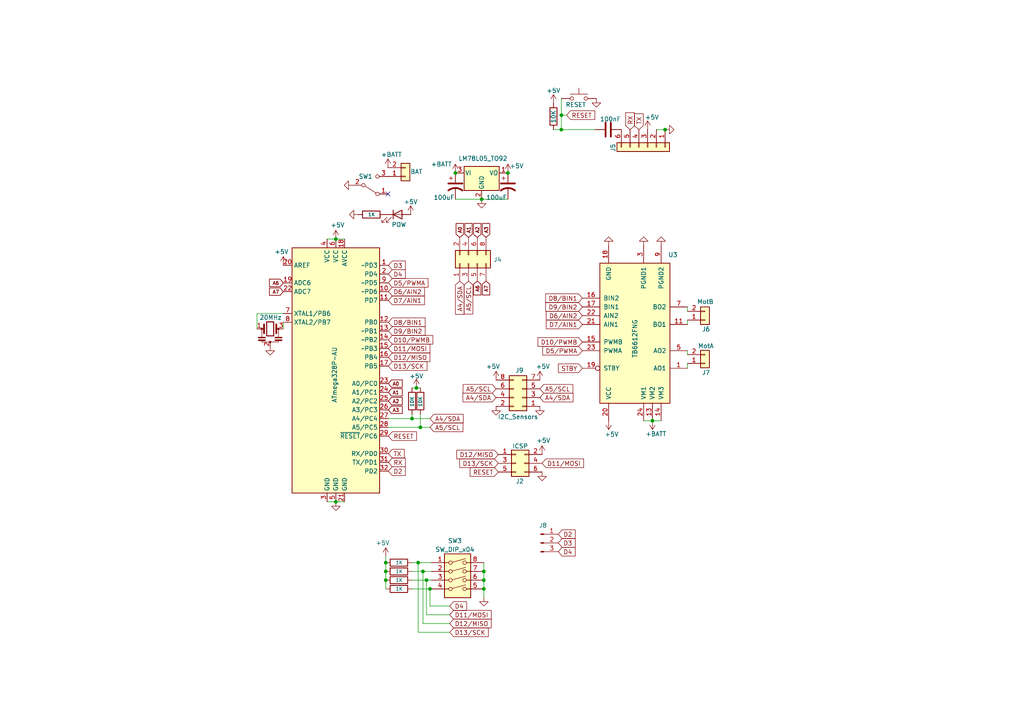
<source format=kicad_sch>
(kicad_sch (version 20230121) (generator eeschema)
  (paper "A4")
  (lib_symbols
    (symbol "ATmega328P-A_1"
      (property "Value" "ATmega328P-AU " (at -0.381 -9.398 90))
      (symbol "ATmega328P-A_1_0_1"
        (rectangle (start -12.7 -35.56) (end 12.7 35.56) (stroke (width 0.254)) (fill (type background)))
      )
      (symbol "ATmega328P-A_1_1_1"
        (pin bidirectional line (at 15.24 30.48 180) (length 2.54) (name "~PD3") (number "1"))
        (pin bidirectional line (at 15.24 22.86 180) (length 2.54) (name "~PD6") (number "10"))
        (pin bidirectional line (at 15.24 20.32 180) (length 2.54) (name "PD7") (number "11"))
        (pin bidirectional line (at 15.24 13.97 180) (length 2.54) (name "PB0") (number "12"))
        (pin bidirectional line (at 15.24 11.43 180) (length 2.54) (name "~PB1") (number "13"))
        (pin bidirectional line (at 15.24 8.89 180) (length 2.54) (name "~PB2") (number "14"))
        (pin bidirectional line (at 15.24 6.35 180) (length 2.54) (name "~PB3") (number "15"))
        (pin bidirectional line (at 15.24 3.81 180) (length 2.54) (name "PB4") (number "16"))
        (pin bidirectional line (at 15.24 1.27 180) (length 2.54) (name "PB5") (number "17"))
        (pin power_in line (at 2.54 38.1 270) (length 2.54) (name "AVCC") (number "18"))
        (pin input line (at -15.24 25.4 0) (length 2.54) (name "ADC6") (number "19"))
        (pin bidirectional line (at 15.24 27.94 180) (length 2.54) (name "PD4") (number "2"))
        (pin passive line (at -15.24 30.48 0) (length 2.54) (name "AREF") (number "20"))
        (pin passive line (at 2.54 -38.1 90) (length 2.54) (name "GND") (number "21"))
        (pin input line (at -15.24 22.86 0) (length 2.54) (name "ADC7") (number "22"))
        (pin bidirectional line (at 15.24 -3.81 180) (length 2.54) (name "A0/PC0") (number "23"))
        (pin bidirectional line (at 15.24 -6.35 180) (length 2.54) (name "A1/PC1") (number "24"))
        (pin bidirectional line (at 15.24 -8.89 180) (length 2.54) (name "A2/PC2") (number "25"))
        (pin bidirectional line (at 15.24 -11.43 180) (length 2.54) (name "A3/PC3") (number "26"))
        (pin bidirectional line (at 15.24 -13.97 180) (length 2.54) (name "A4/PC4") (number "27"))
        (pin bidirectional line (at 15.24 -16.51 180) (length 2.54) (name "A5/PC5") (number "28"))
        (pin bidirectional line (at 15.24 -19.05 180) (length 2.54) (name "~{RESET}/PC6") (number "29"))
        (pin power_in line (at -2.54 -38.1 90) (length 2.54) (name "GND") (number "3"))
        (pin bidirectional line (at 15.24 -24.13 180) (length 2.54) (name "RX/PD0") (number "30"))
        (pin bidirectional line (at 15.24 -26.67 180) (length 2.54) (name "TX/PD1") (number "31"))
        (pin bidirectional line (at 15.24 -29.21 180) (length 2.54) (name "PD2") (number "32"))
        (pin power_in line (at -2.54 38.1 270) (length 2.54) (name "VCC") (number "4"))
        (pin passive line (at 0 -38.1 90) (length 2.54) (name "GND") (number "5"))
        (pin passive line (at 0 38.1 270) (length 2.54) (name "VCC") (number "6"))
        (pin bidirectional line (at -15.24 16.51 0) (length 2.54) (name "XTAL1/PB6") (number "7"))
        (pin bidirectional line (at -15.24 13.97 0) (length 2.54) (name "XTAL2/PB7") (number "8"))
        (pin bidirectional line (at 15.24 25.4 180) (length 2.54) (name "~PD5") (number "9"))
      )
    )
    (symbol "Connector:Conn_01x03_Pin" (pin_names (offset 1.016) hide)
      (property "Reference" "J" (at 0 5.08 0))
      (property "Value" "Conn_01x03_Pin" (at 0 -5.08 0))
      (symbol "Conn_01x03_Pin_1_1"
        (polyline (pts (xy 1.27 -2.54) (xy 0.8636 -2.54)) (stroke (width 0.1524)))
        (polyline (pts (xy 1.27 0) (xy 0.8636 0)) (stroke (width 0.1524)))
        (polyline (pts (xy 1.27 2.54) (xy 0.8636 2.54)) (stroke (width 0.1524)))
        (rectangle (start 0.8636 -2.413) (end 0 -2.667) (stroke (width 0.1524)) (fill (type outline)))
        (rectangle (start 0.8636 0.127) (end 0 -0.127) (stroke (width 0.1524)) (fill (type outline)))
        (rectangle (start 0.8636 2.667) (end 0 2.413) (stroke (width 0.1524)) (fill (type outline)))
        (pin passive line (at 5.08 2.54 180) (length 3.81) (name "Pin_1") (number "1"))
        (pin passive line (at 5.08 0 180) (length 3.81) (name "Pin_2") (number "2"))
        (pin passive line (at 5.08 -2.54 180) (length 3.81) (name "Pin_3") (number "3"))
      )
    )
    (symbol "Connector_Generic:Conn_01x02" (pin_names (offset 1.016) hide)
      (property "Reference" "J" (at 0 2.54 0))
      (property "Value" "Conn_01x02" (at 0 -5.08 0))
      (symbol "Conn_01x02_1_1"
        (rectangle (start -1.27 -2.413) (end 0 -2.667) (stroke (width 0.1524)))
        (rectangle (start -1.27 0.127) (end 0 -0.127) (stroke (width 0.1524)))
        (rectangle (start -1.27 1.27) (end 1.27 -3.81) (stroke (width 0.254)) (fill (type background)))
        (pin passive line (at -5.08 0 0) (length 3.81) (name "Pin_1") (number "1"))
        (pin passive line (at -5.08 -2.54 0) (length 3.81) (name "Pin_2") (number "2"))
      )
    )
    (symbol "Connector_Generic:Conn_02x03_Odd_Even" (pin_names (offset 1.016) hide)
      (property "Reference" "J" (at 1.27 5.08 0))
      (property "Value" "Conn_02x03_Odd_Even" (at 1.27 -5.08 0))
      (symbol "Conn_02x03_Odd_Even_1_1"
        (rectangle (start -1.27 -2.413) (end 0 -2.667) (stroke (width 0.1524)))
        (rectangle (start -1.27 0.127) (end 0 -0.127) (stroke (width 0.1524)))
        (rectangle (start -1.27 2.667) (end 0 2.413) (stroke (width 0.1524)))
        (rectangle (start -1.27 3.81) (end 3.81 -3.81) (stroke (width 0.254)) (fill (type background)))
        (rectangle (start 3.81 -2.413) (end 2.54 -2.667) (stroke (width 0.1524)))
        (rectangle (start 3.81 0.127) (end 2.54 -0.127) (stroke (width 0.1524)))
        (rectangle (start 3.81 2.667) (end 2.54 2.413) (stroke (width 0.1524)))
        (pin passive line (at -5.08 2.54 0) (length 3.81) (name "Pin_1") (number "1"))
        (pin passive line (at 7.62 2.54 180) (length 3.81) (name "Pin_2") (number "2"))
        (pin passive line (at -5.08 0 0) (length 3.81) (name "Pin_3") (number "3"))
        (pin passive line (at 7.62 0 180) (length 3.81) (name "Pin_4") (number "4"))
        (pin passive line (at -5.08 -2.54 0) (length 3.81) (name "Pin_5") (number "5"))
        (pin passive line (at 7.62 -2.54 180) (length 3.81) (name "Pin_6") (number "6"))
      )
    )
    (symbol "Connector_Generic:Conn_02x04_Odd_Even" (pin_names (offset 1.016) hide)
      (property "Reference" "J" (at 1.27 5.08 0))
      (property "Value" "Conn_02x04_Odd_Even" (at 1.27 -7.62 0))
      (symbol "Conn_02x04_Odd_Even_1_1"
        (rectangle (start -1.27 -4.953) (end 0 -5.207) (stroke (width 0.1524)))
        (rectangle (start -1.27 -2.413) (end 0 -2.667) (stroke (width 0.1524)))
        (rectangle (start -1.27 0.127) (end 0 -0.127) (stroke (width 0.1524)))
        (rectangle (start -1.27 2.667) (end 0 2.413) (stroke (width 0.1524)))
        (rectangle (start -1.27 3.81) (end 3.81 -6.35) (stroke (width 0.254)) (fill (type background)))
        (rectangle (start 3.81 -4.953) (end 2.54 -5.207) (stroke (width 0.1524)))
        (rectangle (start 3.81 -2.413) (end 2.54 -2.667) (stroke (width 0.1524)))
        (rectangle (start 3.81 0.127) (end 2.54 -0.127) (stroke (width 0.1524)))
        (rectangle (start 3.81 2.667) (end 2.54 2.413) (stroke (width 0.1524)))
        (pin passive line (at -5.08 2.54 0) (length 3.81) (name "Pin_1") (number "1"))
        (pin passive line (at 7.62 2.54 180) (length 3.81) (name "Pin_2") (number "2"))
        (pin passive line (at -5.08 0 0) (length 3.81) (name "Pin_3") (number "3"))
        (pin passive line (at 7.62 0 180) (length 3.81) (name "Pin_4") (number "4"))
        (pin passive line (at -5.08 -2.54 0) (length 3.81) (name "Pin_5") (number "5"))
        (pin passive line (at 7.62 -2.54 180) (length 3.81) (name "Pin_6") (number "6"))
        (pin passive line (at -5.08 -5.08 0) (length 3.81) (name "Pin_7") (number "7"))
        (pin passive line (at 7.62 -5.08 180) (length 3.81) (name "Pin_8") (number "8"))
      )
    )
    (symbol "Connector_Generic_MountingPin:Conn_01x06_MountingPin" (pin_names (offset 1.016) hide)
      (symbol "Conn_01x06_MountingPin_1_1"
        (rectangle (start -1.27 -7.493) (end 0 -7.747) (stroke (width 0.1524)))
        (rectangle (start -1.27 -4.953) (end 0 -5.207) (stroke (width 0.1524)))
        (rectangle (start -1.27 -2.413) (end 0 -2.667) (stroke (width 0.1524)))
        (rectangle (start -1.27 0.127) (end 0 -0.127) (stroke (width 0.1524)))
        (rectangle (start -1.27 2.667) (end 0 2.413) (stroke (width 0.1524)))
        (rectangle (start -1.27 5.207) (end 0 4.953) (stroke (width 0.1524)))
        (rectangle (start -1.27 6.35) (end 1.27 -8.89) (stroke (width 0.254)) (fill (type background)))
        (pin passive line (at -5.08 5.08 0) (length 3.81) (name "Pin_1") (number "1"))
        (pin passive line (at -5.08 2.54 0) (length 3.81) (name "Pin_2") (number "2"))
        (pin passive line (at -5.08 0 0) (length 3.81) (name "Pin_3") (number "3"))
        (pin passive line (at -5.08 -2.54 0) (length 3.81) (name "Pin_4") (number "4"))
        (pin passive line (at -5.08 -5.08 0) (length 3.81) (name "Pin_5") (number "5"))
        (pin passive line (at -5.08 -7.62 0) (length 3.81) (name "Pin_6") (number "6"))
      )
    )
    (symbol "Device:C" (pin_numbers hide) (pin_names (offset 0.254))
      (property "Reference" "C" (at 0.635 2.54 0))
      (property "Value" "C" (at 0.635 -2.54 0))
      (symbol "C_0_1"
        (polyline (pts (xy -2.032 -0.762) (xy 2.032 -0.762)) (stroke (width 0.508)))
        (polyline (pts (xy -2.032 0.762) (xy 2.032 0.762)) (stroke (width 0.508)))
      )
      (symbol "C_1_1"
        (pin passive line (at 0 3.81 270) (length 2.794) (name "~") (number "1"))
        (pin passive line (at 0 -3.81 90) (length 2.794) (name "~") (number "2"))
      )
    )
    (symbol "Device:C_Polarized_US" (pin_numbers hide) (pin_names (offset 0.254) hide)
      (property "Reference" "C" (at 0.635 2.54 0))
      (property "Value" "C_Polarized_US" (at 0.635 -2.54 0))
      (symbol "C_Polarized_US_0_1"
        (polyline (pts (xy -2.032 0.762) (xy 2.032 0.762)) (stroke (width 0.508)))
        (polyline (pts (xy -1.778 2.286) (xy -0.762 2.286)))
        (polyline (pts (xy -1.27 1.778) (xy -1.27 2.794)))
        (arc (start 2.032 -1.27) (mid 0 -0.5572) (end -2.032 -1.27) (stroke (width 0.508)))
      )
      (symbol "C_Polarized_US_1_1"
        (pin passive line (at 0 3.81 270) (length 2.794) (name "~") (number "1"))
        (pin passive line (at 0 -3.81 90) (length 3.302) (name "~") (number "2"))
      )
    )
    (symbol "Device:LED" (pin_numbers hide) (pin_names (offset 1.016) hide)
      (property "Reference" "D" (at 0 2.54 0))
      (property "Value" "LED" (at 0 -2.54 0))
      (symbol "LED_0_1"
        (polyline (pts (xy -1.27 -1.27) (xy -1.27 1.27)) (stroke (width 0.254)))
        (polyline (pts (xy -1.27 0) (xy 1.27 0)))
        (polyline (pts (xy 1.27 -1.27) (xy 1.27 1.27) (xy -1.27 0) (xy 1.27 -1.27)) (stroke (width 0.254)))
        (polyline (pts (xy -3.048 -0.762) (xy -4.572 -2.286) (xy -3.81 -2.286) (xy -4.572 -2.286) (xy -4.572 -1.524)))
        (polyline (pts (xy -1.778 -0.762) (xy -3.302 -2.286) (xy -2.54 -2.286) (xy -3.302 -2.286) (xy -3.302 -1.524)))
      )
      (symbol "LED_1_1"
        (pin passive line (at -3.81 0 0) (length 2.54) (name "K") (number "1"))
        (pin passive line (at 3.81 0 180) (length 2.54) (name "A") (number "2"))
      )
    )
    (symbol "Device:R" (pin_numbers hide) (pin_names (offset 0))
      (property "Reference" "R" (at 2.032 0 90))
      (property "Value" "R" (at 0 0 90))
      (symbol "R_0_1"
        (rectangle (start -1.016 -2.54) (end 1.016 2.54) (stroke (width 0.254)))
      )
      (symbol "R_1_1"
        (pin passive line (at 0 3.81 270) (length 1.27) (name "~") (number "1"))
        (pin passive line (at 0 -3.81 90) (length 1.27) (name "~") (number "2"))
      )
    )
    (symbol "Device:Resonator" (pin_names (offset 1.016) hide)
      (property "Reference" "Y" (at 0 5.715 0))
      (property "Value" "Resonator" (at 0 3.81 0))
      (symbol "Resonator_0_1"
        (rectangle (start -3.429 -3.175) (end -1.397 -3.429) (fill (type outline)))
        (rectangle (start -3.429 -2.413) (end -1.397 -2.667) (fill (type outline)))
        (circle (center -2.413 0) (radius 0.254) (fill (type outline)))
        (rectangle (start -1.016 2.032) (end 1.016 -2.032) (stroke (width 0.3048)))
        (circle (center 0 -3.81) (radius 0.254) (fill (type outline)))
        (polyline (pts (xy -2.413 -2.413) (xy -2.413 0)))
        (polyline (pts (xy -1.905 0) (xy -3.175 0)))
        (polyline (pts (xy -1.778 -1.27) (xy -1.778 1.27)) (stroke (width 0.508)))
        (polyline (pts (xy 1.778 -1.27) (xy 1.778 1.27)) (stroke (width 0.508)))
        (polyline (pts (xy 1.905 0) (xy 2.54 0)))
        (polyline (pts (xy 2.413 0) (xy 2.413 -2.54)))
        (polyline (pts (xy 2.413 -3.302) (xy 2.413 -3.81) (xy -2.413 -3.81) (xy -2.413 -3.302)))
        (rectangle (start 1.397 -3.175) (end 3.429 -3.429) (fill (type outline)))
        (rectangle (start 1.397 -2.413) (end 3.429 -2.667) (fill (type outline)))
        (circle (center 2.413 0) (radius 0.254) (fill (type outline)))
      )
      (symbol "Resonator_1_1"
        (pin passive line (at -3.81 0 0) (length 1.27) (name "1") (number "1"))
        (pin passive line (at 0 -5.08 90) (length 1.27) (name "2") (number "2"))
        (pin passive line (at 3.81 0 180) (length 1.27) (name "3") (number "3"))
      )
    )
    (symbol "Driver_Motor:TB6612FNG" (pin_names (offset 1.016))
      (property "Reference" "U" (at 11.43 17.78 0))
      (property "Value" "TB6612FNG" (at 11.43 15.24 0))
      (symbol "TB6612FNG_0_1"
        (rectangle (start -10.16 20.32) (end 10.16 -20.32) (stroke (width 0.254)) (fill (type background)))
      )
      (symbol "TB6612FNG_1_1"
        (pin output line (at 15.24 10.16 180) (length 5.08) (name "AO1") (number "1"))
        (pin passive line (at 7.62 -25.4 90) (length 5.08) hide (name "PGND2") (number "10"))
        (pin output line (at 15.24 -2.54 180) (length 5.08) (name "BO1") (number "11"))
        (pin passive line (at 15.24 -2.54 180) (length 5.08) hide (name "BO1") (number "12"))
        (pin power_in line (at 5.08 25.4 270) (length 5.08) (name "VM2") (number "13"))
        (pin power_in line (at 7.62 25.4 270) (length 5.08) (name "VM3") (number "14"))
        (pin input line (at -15.24 2.54 0) (length 5.08) (name "PWMB") (number "15"))
        (pin input line (at -15.24 -10.16 0) (length 5.08) (name "BIN2") (number "16"))
        (pin input line (at -15.24 -7.62 0) (length 5.08) (name "BIN1") (number "17"))
        (pin power_in line (at -7.62 -25.4 90) (length 5.08) (name "GND") (number "18"))
        (pin input inverted (at -15.24 10.16 0) (length 5.08) (name "STBY") (number "19"))
        (pin passive line (at 15.24 10.16 180) (length 5.08) hide (name "AO1") (number "2"))
        (pin power_in line (at -7.62 25.4 270) (length 5.08) (name "VCC") (number "20"))
        (pin input line (at -15.24 -2.54 0) (length 5.08) (name "AIN1") (number "21"))
        (pin input line (at -15.24 -5.08 0) (length 5.08) (name "AIN2") (number "22"))
        (pin input line (at -15.24 5.08 0) (length 5.08) (name "PWMA") (number "23"))
        (pin power_in line (at 2.54 25.4 270) (length 5.08) (name "VM1") (number "24"))
        (pin power_in line (at 2.54 -25.4 90) (length 5.08) (name "PGND1") (number "3"))
        (pin passive line (at 2.54 -25.4 90) (length 5.08) hide (name "PGND1") (number "4"))
        (pin output line (at 15.24 5.08 180) (length 5.08) (name "AO2") (number "5"))
        (pin passive line (at 15.24 5.08 180) (length 5.08) hide (name "AO2") (number "6"))
        (pin output line (at 15.24 -7.62 180) (length 5.08) (name "BO2") (number "7"))
        (pin passive line (at 15.24 -7.62 180) (length 5.08) hide (name "BO2") (number "8"))
        (pin power_in line (at 7.62 -25.4 90) (length 5.08) (name "PGND2") (number "9"))
      )
    )
    (symbol "Regulator_Linear:LM78L05_TO92" (pin_names (offset 0.254))
      (property "Reference" "U" (at -3.81 3.175 0))
      (property "Value" "LM78L05_TO92" (at 0 3.175 0))
      (symbol "LM78L05_TO92_0_1"
        (rectangle (start -5.08 -5.08) (end 5.08 1.905) (stroke (width 0.254)) (fill (type background)))
      )
      (symbol "LM78L05_TO92_1_1"
        (pin power_out line (at 7.62 0 180) (length 2.54) (name "VO") (number "1"))
        (pin power_in line (at 0 -7.62 90) (length 2.54) (name "GND") (number "2"))
        (pin power_in line (at -7.62 0 0) (length 2.54) (name "VI") (number "3"))
      )
    )
    (symbol "Switch:SW_DIP_x04" (pin_names (offset 0) hide)
      (property "Reference" "SW" (at 0 8.89 0))
      (property "Value" "SW_DIP_x04" (at 0 -6.35 0))
      (symbol "SW_DIP_x04_0_0"
        (circle (center -2.032 -2.54) (radius 0.508))
        (circle (center -2.032 0) (radius 0.508))
        (circle (center -2.032 2.54) (radius 0.508))
        (circle (center -2.032 5.08) (radius 0.508))
        (polyline (pts (xy -1.524 -2.3876) (xy 2.3622 -1.3462)))
        (polyline (pts (xy -1.524 0.127) (xy 2.3622 1.1684)))
        (polyline (pts (xy -1.524 2.667) (xy 2.3622 3.7084)))
        (polyline (pts (xy -1.524 5.207) (xy 2.3622 6.2484)))
        (circle (center 2.032 -2.54) (radius 0.508))
        (circle (center 2.032 0) (radius 0.508))
        (circle (center 2.032 2.54) (radius 0.508))
        (circle (center 2.032 5.08) (radius 0.508))
      )
      (symbol "SW_DIP_x04_0_1"
        (rectangle (start -3.81 7.62) (end 3.81 -5.08) (stroke (width 0.254)) (fill (type background)))
      )
      (symbol "SW_DIP_x04_1_1"
        (pin passive line (at -7.62 5.08 0) (length 5.08) (name "~") (number "1"))
        (pin passive line (at -7.62 2.54 0) (length 5.08) (name "~") (number "2"))
        (pin passive line (at -7.62 0 0) (length 5.08) (name "~") (number "3"))
        (pin passive line (at -7.62 -2.54 0) (length 5.08) (name "~") (number "4"))
        (pin passive line (at 7.62 -2.54 180) (length 5.08) (name "~") (number "5"))
        (pin passive line (at 7.62 0 180) (length 5.08) (name "~") (number "6"))
        (pin passive line (at 7.62 2.54 180) (length 5.08) (name "~") (number "7"))
        (pin passive line (at 7.62 5.08 180) (length 5.08) (name "~") (number "8"))
      )
    )
    (symbol "Switch:SW_Push" (pin_numbers hide) (pin_names (offset 1.016) hide)
      (property "Reference" "SW" (at 1.27 2.54 0))
      (property "Value" "SW_Push" (at 0 -1.524 0))
      (symbol "SW_Push_0_1"
        (circle (center -2.032 0) (radius 0.508))
        (polyline (pts (xy 0 1.27) (xy 0 3.048)))
        (polyline (pts (xy 2.54 1.27) (xy -2.54 1.27)))
        (circle (center 2.032 0) (radius 0.508))
        (pin passive line (at -5.08 0 0) (length 2.54) (name "1") (number "1"))
        (pin passive line (at 5.08 0 180) (length 2.54) (name "2") (number "2"))
      )
    )
    (symbol "Switch:SW_SPDT" (pin_names (offset 0) hide)
      (property "Reference" "SW" (at 0 4.318 0))
      (property "Value" "SW_SPDT" (at 0 -5.08 0))
      (symbol "SW_SPDT_0_0"
        (circle (center -2.032 0) (radius 0.508))
        (circle (center 2.032 -2.54) (radius 0.508))
      )
      (symbol "SW_SPDT_0_1"
        (polyline (pts (xy -1.524 0.254) (xy 1.651 2.286)))
        (circle (center 2.032 2.54) (radius 0.508))
      )
      (symbol "SW_SPDT_1_1"
        (pin passive line (at 5.08 2.54 180) (length 2.54) (name "A") (number "1"))
        (pin passive line (at -5.08 0 0) (length 2.54) (name "B") (number "2"))
        (pin passive line (at 5.08 -2.54 180) (length 2.54) (name "C") (number "3"))
      )
    )
    (symbol "power:+5V" (power) (pin_names (offset 0))
      (property "Value" "+5V" (at 0 3.556 0))
      (symbol "+5V_0_1"
        (polyline (pts (xy -0.762 1.27) (xy 0 2.54)))
        (polyline (pts (xy 0 0) (xy 0 2.54)))
        (polyline (pts (xy 0 2.54) (xy 0.762 1.27)))
      )
      (symbol "+5V_1_1"
        (pin power_in line (at 0 0 90) (length 0) hide (name "+5V") (number "1"))
      )
    )
    (symbol "power:+BATT" (power) (pin_names (offset 0))
      (property "Value" "+BATT" (at 0 3.556 0))
      (symbol "+BATT_0_1"
        (polyline (pts (xy -0.762 1.27) (xy 0 2.54)))
        (polyline (pts (xy 0 0) (xy 0 2.54)))
        (polyline (pts (xy 0 2.54) (xy 0.762 1.27)))
      )
      (symbol "+BATT_1_1"
        (pin power_in line (at 0 0 90) (length 0) hide (name "+BATT") (number "1"))
      )
    )
    (symbol "power:GND" (power) (pin_names (offset 0))
      (property "Value" "GND" (at 0 -3.81 0))
      (symbol "GND_0_1"
        (polyline (pts (xy 0 0) (xy 0 -1.27) (xy 1.27 -1.27) (xy 0 -2.54) (xy -1.27 -1.27) (xy 0 -1.27)))
      )
      (symbol "GND_1_1"
        (pin power_in line (at 0 0 270) (length 0) hide (name "GND") (number "1"))
      )
    )
  )
  (junction (at 162.814 37.592))
  (junction (at 140.335 165.735))
  (junction (at 147.32 50.165))
  (junction (at 111.887 163.195))
  (junction (at 189.23 122.047))
  (junction (at 124.714 170.815))
  (junction (at 162.814 33.401))
  (junction (at 192.913 37.592))
  (junction (at 97.409 145.542))
  (junction (at 132.08 50.165))
  (junction (at 120.777 112.522))
  (junction (at 119.507 121.412))
  (junction (at 111.887 165.735))
  (junction (at 111.887 168.275))
  (junction (at 140.335 170.815))
  (junction (at 97.409 69.342))
  (junction (at 122.682 165.735))
  (junction (at 140.335 168.275))
  (junction (at 139.7 57.785))
  (junction (at 121.92 123.952))
  (junction (at 123.698 168.275))
  (junction (at 121.285 163.195))
  (no_connect (at 112.522 56.261))
  (wire (pts (xy 119.507 112.522) (xy 120.777 112.522)))
  (wire (pts (xy 124.714 175.768) (xy 124.714 170.815)))
  (wire (pts (xy 122.682 180.848) (xy 122.682 165.735)))
  (wire (pts (xy 124.714 123.952) (xy 121.92 123.952)))
  (wire (pts (xy 119.507 163.195) (xy 121.285 163.195)))
  (wire (pts (xy 124.714 121.412) (xy 119.507 121.412)))
  (wire (pts (xy 111.887 165.735) (xy 111.887 168.275)))
  (wire (pts (xy 119.507 121.412) (xy 112.649 121.412)))
  (wire (pts (xy 74.549 95.377) (xy 74.549 90.932)))
  (wire (pts (xy 140.335 173.228) (xy 140.335 170.815)))
  (wire (pts (xy 199.39 102.87) (xy 199.39 101.727)))
  (wire (pts (xy 119.507 168.275) (xy 123.698 168.275)))
  (wire (pts (xy 111.887 168.275) (xy 111.887 170.815)))
  (wire (pts (xy 130.429 178.308) (xy 123.698 178.308)))
  (wire (pts (xy 130.429 183.388) (xy 121.285 183.388)))
  (wire (pts (xy 123.698 168.275) (xy 125.095 168.275)))
  (wire (pts (xy 162.814 37.592) (xy 172.593 37.592)))
  (wire (pts (xy 119.507 120.142) (xy 119.507 121.412)))
  (wire (pts (xy 111.887 163.195) (xy 111.887 165.735)))
  (wire (pts (xy 97.409 69.342) (xy 99.949 69.342)))
  (wire (pts (xy 140.335 163.195) (xy 140.335 165.735)))
  (wire (pts (xy 111.887 161.417) (xy 111.887 163.195)))
  (wire (pts (xy 123.698 178.308) (xy 123.698 168.275)))
  (wire (pts (xy 186.69 122.047) (xy 189.23 122.047)))
  (wire (pts (xy 82.169 95.377) (xy 82.169 93.472)))
  (wire (pts (xy 121.92 120.142) (xy 121.92 123.952)))
  (wire (pts (xy 94.869 145.542) (xy 97.409 145.542)))
  (wire (pts (xy 119.507 165.735) (xy 122.682 165.735)))
  (wire (pts (xy 130.429 180.848) (xy 122.682 180.848)))
  (wire (pts (xy 124.714 170.815) (xy 125.095 170.815)))
  (wire (pts (xy 140.335 165.735) (xy 140.335 168.275)))
  (wire (pts (xy 162.814 33.401) (xy 162.814 37.592)))
  (wire (pts (xy 132.08 57.785) (xy 139.7 57.785)))
  (wire (pts (xy 97.409 145.542) (xy 99.949 145.542)))
  (wire (pts (xy 94.869 69.342) (xy 97.409 69.342)))
  (wire (pts (xy 139.7 57.785) (xy 147.32 57.785)))
  (wire (pts (xy 121.285 163.195) (xy 125.095 163.195)))
  (wire (pts (xy 121.92 123.952) (xy 112.649 123.952)))
  (wire (pts (xy 74.549 90.932) (xy 82.169 90.932)))
  (wire (pts (xy 164.338 33.401) (xy 162.814 33.401)))
  (wire (pts (xy 189.23 122.047) (xy 191.77 122.047)))
  (wire (pts (xy 160.528 37.592) (xy 162.814 37.592)))
  (wire (pts (xy 122.682 165.735) (xy 125.095 165.735)))
  (wire (pts (xy 199.39 89.027) (xy 199.39 90.297)))
  (wire (pts (xy 121.285 183.388) (xy 121.285 163.195)))
  (wire (pts (xy 190.373 37.592) (xy 192.913 37.592)))
  (wire (pts (xy 140.335 168.275) (xy 140.335 170.815)))
  (wire (pts (xy 199.39 105.41) (xy 199.39 106.807)))
  (wire (pts (xy 120.777 112.522) (xy 121.92 112.522)))
  (wire (pts (xy 162.814 28.575) (xy 162.814 33.401)))
  (wire (pts (xy 119.507 170.815) (xy 124.714 170.815)))
  (wire (pts (xy 199.39 92.837) (xy 199.39 94.107)))
  (wire (pts (xy 130.429 175.768) (xy 124.714 175.768)))
  (global_label "D8{slash}BIN1" (shape input) (at 112.649 93.472 0) (property "Intersheetrefs" "${INTERSHEET_REFS}" (effects hide)))
  (global_label "D11{slash}MOSI" (shape input) (at 157.226 134.366 0) (property "Intersheetrefs" "${INTERSHEET_REFS}" (effects hide)))
  (global_label "A5{slash}SCL" (shape input) (at 143.891 112.776 180) (property "Intersheetrefs" "${INTERSHEET_REFS}" (effects hide)))
  (global_label "D12{slash}MISO" (shape input) (at 130.429 180.848 0) (property "Intersheetrefs" "${INTERSHEET_REFS}" (effects hide)))
  (global_label "RESET" (shape input) (at 164.338 33.401 0) (property "Intersheetrefs" "${INTERSHEET_REFS}" (effects hide)))
  (global_label "D10{slash}PWMB" (shape input) (at 168.91 99.187 180) (property "Intersheetrefs" "${INTERSHEET_REFS}" (effects hide)))
  (global_label "D11{slash}MOSI" (shape input) (at 130.429 178.308 0) (property "Intersheetrefs" "${INTERSHEET_REFS}" (effects hide)))
  (global_label "A7" (shape input) (at 82.169 84.582 180) (effects (font (size 1 1) (thickness 0.2) bold)) (property "Intersheetrefs" "${INTERSHEET_REFS}" (effects hide)))
  (global_label "D7{slash}AIN1" (shape input) (at 168.91 94.107 180) (property "Intersheetrefs" "${INTERSHEET_REFS}" (effects hide)))
  (global_label "D8{slash}BIN1" (shape input) (at 168.91 86.487 180) (property "Intersheetrefs" "${INTERSHEET_REFS}" (effects hide)))
  (global_label "STBY" (shape input) (at 168.91 106.807 180) (property "Intersheetrefs" "${INTERSHEET_REFS}" (effects hide)))
  (global_label "A4{slash}SDA" (shape input) (at 133.35 81.534 270) (property "Intersheetrefs" "${INTERSHEET_REFS}" (effects hide)))
  (global_label "D11{slash}MOSI" (shape input) (at 112.649 101.092 0) (property "Intersheetrefs" "${INTERSHEET_REFS}" (effects hide)))
  (global_label "D5{slash}PWMA" (shape input) (at 168.91 101.727 180) (property "Intersheetrefs" "${INTERSHEET_REFS}" (effects hide)))
  (global_label "A6" (shape input) (at 82.169 82.042 180) (effects (font (size 1 1) (thickness 0.2) bold)) (property "Intersheetrefs" "${INTERSHEET_REFS}" (effects hide)))
  (global_label "RX" (shape input) (at 112.649 134.112 0) (property "Intersheetrefs" "${INTERSHEET_REFS}" (effects hide)))
  (global_label "TX" (shape input) (at 185.293 37.592 90) (property "Intersheetrefs" "${INTERSHEET_REFS}" (effects hide)))
  (global_label "A4{slash}SDA" (shape input) (at 156.591 115.316 0) (property "Intersheetrefs" "${INTERSHEET_REFS}" (effects hide)))
  (global_label "D9{slash}BIN2" (shape input) (at 112.649 96.012 0) (property "Intersheetrefs" "${INTERSHEET_REFS}" (effects hide)))
  (global_label "D4" (shape input) (at 130.429 175.768 0) (property "Intersheetrefs" "${INTERSHEET_REFS}" (effects hide)))
  (global_label "D13{slash}SCK" (shape input) (at 130.429 183.388 0) (property "Intersheetrefs" "${INTERSHEET_REFS}" (effects hide)))
  (global_label "A6" (shape input) (at 138.43 81.534 270) (effects (font (size 1 1) (thickness 0.2) bold)) (property "Intersheetrefs" "${INTERSHEET_REFS}" (effects hide)))
  (global_label "D12{slash}MISO" (shape input) (at 144.526 131.826 180) (property "Intersheetrefs" "${INTERSHEET_REFS}" (effects hide)))
  (global_label "D3" (shape input) (at 112.649 76.962 0) (property "Intersheetrefs" "${INTERSHEET_REFS}" (effects hide)))
  (global_label "D5{slash}PWMA" (shape input) (at 112.649 82.042 0) (property "Intersheetrefs" "${INTERSHEET_REFS}" (effects hide)))
  (global_label "RESET" (shape input) (at 112.649 126.492 0) (property "Intersheetrefs" "${INTERSHEET_REFS}" (effects hide)))
  (global_label "A5{slash}SCL" (shape input) (at 156.591 112.776 0) (property "Intersheetrefs" "${INTERSHEET_REFS}" (effects hide)))
  (global_label "RESET" (shape input) (at 144.526 136.906 180) (property "Intersheetrefs" "${INTERSHEET_REFS}" (effects hide)))
  (global_label "RX" (shape input) (at 182.753 37.592 90) (property "Intersheetrefs" "${INTERSHEET_REFS}" (effects hide)))
  (global_label "D4" (shape input) (at 112.649 79.502 0) (property "Intersheetrefs" "${INTERSHEET_REFS}" (effects hide)))
  (global_label "D12{slash}MISO" (shape input) (at 112.649 103.632 0) (property "Intersheetrefs" "${INTERSHEET_REFS}" (effects hide)))
  (global_label "A1" (shape input) (at 112.649 113.792 0) (effects (font (size 1 1) (thickness 0.2) bold)) (property "Intersheetrefs" "${INTERSHEET_REFS}" (effects hide)))
  (global_label "A4{slash}SDA" (shape input) (at 143.891 115.316 180) (property "Intersheetrefs" "${INTERSHEET_REFS}" (effects hide)))
  (global_label "D7{slash}AIN1" (shape input) (at 112.649 87.122 0) (property "Intersheetrefs" "${INTERSHEET_REFS}" (effects hide)))
  (global_label "A1" (shape input) (at 135.89 68.834 90) (effects (font (size 1 1) (thickness 0.2) bold)) (property "Intersheetrefs" "${INTERSHEET_REFS}" (effects hide)))
  (global_label "D10{slash}PWMB" (shape input) (at 112.649 98.552 0) (property "Intersheetrefs" "${INTERSHEET_REFS}" (effects hide)))
  (global_label "D13{slash}SCK" (shape input) (at 144.526 134.366 180) (property "Intersheetrefs" "${INTERSHEET_REFS}" (effects hide)))
  (global_label "A3" (shape input) (at 112.649 118.872 0) (effects (font (size 1 1) (thickness 0.2) bold)) (property "Intersheetrefs" "${INTERSHEET_REFS}" (effects hide)))
  (global_label "D2" (shape input) (at 161.925 154.94 0) (property "Intersheetrefs" "${INTERSHEET_REFS}" (effects hide)))
  (global_label "D6{slash}AIN2" (shape input) (at 168.91 91.567 180) (property "Intersheetrefs" "${INTERSHEET_REFS}" (effects hide)))
  (global_label "TX" (shape input) (at 112.649 131.572 0) (property "Intersheetrefs" "${INTERSHEET_REFS}" (effects hide)))
  (global_label "A2" (shape input) (at 138.43 68.834 90) (effects (font (size 1 1) (thickness 0.2) bold)) (property "Intersheetrefs" "${INTERSHEET_REFS}" (effects hide)))
  (global_label "D6{slash}AIN2" (shape input) (at 112.649 84.582 0) (property "Intersheetrefs" "${INTERSHEET_REFS}" (effects hide)))
  (global_label "A2" (shape input) (at 112.649 116.332 0) (effects (font (size 1 1) (thickness 0.2) bold)) (property "Intersheetrefs" "${INTERSHEET_REFS}" (effects hide)))
  (global_label "D2" (shape input) (at 112.649 136.652 0) (property "Intersheetrefs" "${INTERSHEET_REFS}" (effects hide)))
  (global_label "D4" (shape input) (at 161.925 160.02 0) (property "Intersheetrefs" "${INTERSHEET_REFS}" (effects hide)))
  (global_label "A0" (shape input) (at 112.649 111.252 0) (effects (font (size 1 1) (thickness 0.2) bold)) (property "Intersheetrefs" "${INTERSHEET_REFS}" (effects hide)))
  (global_label "A5{slash}SCL" (shape input) (at 135.89 81.534 270) (property "Intersheetrefs" "${INTERSHEET_REFS}" (effects hide)))
  (global_label "D9{slash}BIN2" (shape input) (at 168.91 89.027 180) (property "Intersheetrefs" "${INTERSHEET_REFS}" (effects hide)))
  (global_label "D13{slash}SCK" (shape input) (at 112.649 106.172 0) (property "Intersheetrefs" "${INTERSHEET_REFS}" (effects hide)))
  (global_label "A4{slash}SDA" (shape input) (at 124.714 121.412 0) (property "Intersheetrefs" "${INTERSHEET_REFS}" (effects hide)))
  (global_label "A0" (shape input) (at 133.35 68.834 90) (effects (font (size 1 1) (thickness 0.2) bold)) (property "Intersheetrefs" "${INTERSHEET_REFS}" (effects hide)))
  (global_label "D3" (shape input) (at 161.925 157.48 0) (property "Intersheetrefs" "${INTERSHEET_REFS}" (effects hide)))
  (global_label "A5{slash}SCL" (shape input) (at 124.714 123.952 0) (property "Intersheetrefs" "${INTERSHEET_REFS}" (effects hide)))
  (global_label "A3" (shape input) (at 140.97 68.834 90) (effects (font (size 1 1) (thickness 0.2) bold)) (property "Intersheetrefs" "${INTERSHEET_REFS}" (effects hide)))
  (global_label "A7" (shape input) (at 140.97 81.534 270) (effects (font (size 1 1) (thickness 0.2) bold)) (property "Intersheetrefs" "${INTERSHEET_REFS}" (effects hide)))
  (symbol (lib_id "power:GND") (at 143.891 117.856 0) (mirror y) (unit 1)
    (property "Reference" "#PWR025" (effects hide))
    (property "Value" "GND" (effects hide))
  )
  (symbol (lib_id "power:+5V") (at 111.887 161.417 0) (mirror y) (unit 1)
    (property "Reference" "#PWR029" (effects hide))
    (property "Value" "+5V" (at 110.998 157.48 0))
  )
  (symbol (lib_id "power:+BATT") (at 112.522 48.641 0) (unit 1)
    (property "Reference" "#PWR06" (effects hide))
    (property "Value" "+BATT" (at 113.538 44.831 0))
  )
  (symbol (lib_id "power:+5V") (at 120.777 112.522 0) (mirror y) (unit 1)
    (property "Reference" "#PWR013" (effects hide))
    (property "Value" "+5V" (at 120.777 109.093 0))
  )
  (symbol (lib_id "power:+5V") (at 97.409 69.342 0) (unit 1)
    (property "Reference" "#PWR03" (effects hide))
    (property "Value" "+5V" (at 97.917 65.278 0))
  )
  (symbol (lib_id "power:GND") (at 139.7 57.785 0) (mirror y) (unit 1)
    (property "Reference" "#PWR011" (effects hide))
    (property "Value" "GND" (effects hide))
  )
  (symbol (lib_id "Device:LED") (at 115.316 62.23 0) (unit 1)
    (property "Reference" "D1" (effects hide))
    (property "Value" "POW" (at 117.856 65.151 0) (effects (justify right)))
  )
  (symbol (lib_id "power:+5V") (at 187.833 37.592 0) (unit 1)
    (property "Reference" "#PWR010" (effects hide))
    (property "Value" "+5V" (at 189.103 34.036 0))
  )
  (symbol (lib_id "Device:R") (at 107.696 62.23 90) (unit 1)
    (property "Reference" "R1" (effects hide))
    (property "Value" "1K" (at 108.839 62.23 90) (effects (font (size 1 1)) (justify left)))
    (property "Footprint" "Resistor_SMD:R_1206_3216Metric" (effects hide))
  )
  (symbol (lib_id "Device:R") (at 115.697 165.735 90) (unit 1)
    (property "Reference" "R8" (effects hide))
    (property "Value" "1K" (at 116.84 165.735 90) (effects (font (size 1 1)) (justify left)))
    (property "Footprint" "Resistor_SMD:R_1206_3216Metric" (effects hide))
  )
  (symbol (lib_id "power:+5V") (at 143.891 110.236 0) (mirror y) (unit 1)
    (property "Reference" "#PWR024" (effects hide))
    (property "Value" "+5V" (at 143.002 106.299 0))
  )
  (symbol (lib_id "power:GND") (at 192.913 37.592 90) (unit 1)
    (property "Reference" "#PWR012" (effects hide))
    (property "Value" "GND" (effects hide))
  )
  (symbol (lib_id "power:GND") (at 97.409 145.542 0) (mirror y) (unit 1)
    (property "Reference" "#PWR04" (effects hide))
    (property "Value" "GND" (effects hide))
  )
  (symbol (lib_id "Device:Resonator") (at 78.359 95.377 0) (unit 1)
    (property "Reference" "Y1" (effects hide))
    (property "Value" "20MHz" (at 78.486 92.075 0))
    (property "Footprint" "Crystal:Resonator_SMD_Murata_CSTxExxV-3Pin_3.0x1.1mm" (effects hide))
  )
  (symbol (lib_id "Device:R") (at 121.92 116.332 180) (unit 1)
    (property "Reference" "R12" (effects hide))
    (property "Value" "10K" (at 121.92 114.935 90) (effects (font (size 1 1)) (justify left)))
    (property "Footprint" "Resistor_SMD:R_1206_3216Metric" (effects hide))
  )
  (symbol (lib_id "Connector_Generic:Conn_01x02") (at 204.47 105.41 0) (mirror x) (unit 1)
    (property "Reference" "J7" (at 203.581 108.077 0) (effects (justify left)))
    (property "Value" "MotA" (at 202.438 100.33 0) (effects (justify left)))
    (property "Footprint" "Connector_PinHeader_2.54mm:PinHeader_1x02_P2.54mm_Horizontal" (effects hide))
  )
  (symbol (lib_id "power:GND") (at 157.226 136.906 0) (mirror y) (unit 1)
    (property "Reference" "#PWR015" (effects hide))
    (property "Value" "GND" (effects hide))
  )
  (symbol (lib_id "power:+BATT") (at 132.08 50.165 0) (unit 1)
    (property "Reference" "#PWR08" (effects hide))
    (property "Value" "+BATT" (at 128.016 47.625 0))
  )
  (symbol (lib_id "power:+5V") (at 82.169 76.962 0) (unit 1)
    (property "Reference" "#PWR02" (effects hide))
    (property "Value" "+5V" (at 81.661 73.025 0))
  )
  (symbol (lib_id "power:+5V") (at 160.528 29.972 0) (mirror y) (unit 1)
    (property "Reference" "#PWR017" (effects hide))
    (property "Value" "+5V" (at 160.528 26.289 0))
  )
  (symbol (lib_id "Connector_Generic:Conn_01x02") (at 117.602 51.181 0) (mirror x) (unit 1)
    (property "Reference" "J1" (effects hide))
    (property "Value" "BAT" (at 118.999 49.784 0) (effects (justify left)))
    (property "Footprint" "Connector_PinHeader_2.54mm:PinHeader_1x02_P2.54mm_Vertical" (effects hide))
  )
  (symbol (lib_id "power:GND") (at 156.591 117.856 0) (unit 1)
    (property "Reference" "#PWR027" (effects hide))
    (property "Value" "GND" (effects hide))
  )
  (symbol (lib_id "Device:R") (at 115.697 163.195 90) (unit 1)
    (property "Reference" "R7" (effects hide))
    (property "Value" "1K" (at 116.84 163.195 90) (effects (font (size 1 1)) (justify left)))
    (property "Footprint" "Resistor_SMD:R_1206_3216Metric" (effects hide))
  )
  (symbol (lib_id "power:GND") (at 176.53 71.247 0) (mirror x) (unit 1)
    (property "Reference" "#PWR019" (effects hide))
    (property "Value" "GND" (effects hide))
  )
  (symbol (lib_id "Connector_Generic:Conn_02x04_Odd_Even") (at 135.89 76.454 90) (unit 1)
    (property "Reference" "J4" (at 143.129 75.311 90) (effects (justify right)))
    (property "Value" "Conn_02x04_Odd_Even" (effects hide))
  )
  (symbol (lib_id "power:GND") (at 102.362 53.721 270) (mirror x) (unit 1)
    (property "Reference" "#PWR05" (effects hide))
    (property "Value" "GND" (effects hide))
  )
  (symbol (lib_id "Connector_Generic_MountingPin:Conn_01x06_MountingPin") (at 187.833 42.672 270) (unit 1)
    (property "Reference" "J5" (at 177.8 41.656 0) (effects (justify left)))
    (property "Value" "Conn_01x06_MountingPin" (effects hide))
  )
  (symbol (lib_id "Device:C_Polarized_US") (at 147.32 53.975 0) (unit 1)
    (property "Reference" "C2" (effects hide))
    (property "Value" "100uF" (at 144.018 57.277 0))
    (property "Footprint" "Capacitor_SMD:C_1210_3225Metric_Pad1.33x2.70mm_HandSolder" (effects hide))
  )
  (symbol (lib_id "power:+BATT") (at 189.23 122.047 0) (mirror x) (unit 1)
    (property "Reference" "#PWR022" (effects hide))
    (property "Value" "+BATT" (at 190.246 125.857 0))
  )
  (symbol (lib_id "Connector:Conn_01x03_Pin") (at 156.845 157.48 0) (unit 1)
    (property "Reference" "J8" (at 157.48 152.4 0))
    (property "Value" "Conn_01x03_Pin" (effects hide))
  )
  (symbol (lib_id "power:GND") (at 103.886 62.23 270) (mirror x) (unit 1)
    (property "Reference" "#PWR09" (effects hide))
    (property "Value" "GND" (effects hide))
  )
  (symbol (lib_id "power:GND") (at 78.359 100.457 0) (mirror y) (unit 1)
    (property "Reference" "#PWR01" (effects hide))
    (property "Value" "GND" (effects hide))
  )
  (symbol (lib_id "Device:C_Polarized_US") (at 132.08 53.975 0) (unit 1)
    (property "Reference" "C1" (effects hide))
    (property "Value" "100uF" (at 128.778 57.277 0))
    (property "Footprint" "Capacitor_SMD:C_1210_3225Metric_Pad1.33x2.70mm_HandSolder" (effects hide))
  )
  (symbol (lib_id "Connector_Generic:Conn_01x02") (at 204.47 92.837 0) (mirror x) (unit 1)
    (property "Reference" "J6" (at 203.581 95.504 0) (effects (justify left)))
    (property "Value" "MotB" (at 202.184 87.503 0) (effects (justify left)))
    (property "Footprint" "Connector_PinHeader_2.54mm:PinHeader_1x02_P2.54mm_Horizontal" (effects hide))
  )
  (symbol (lib_id "power:+5V") (at 176.53 122.047 0) (mirror x) (unit 1)
    (property "Reference" "#PWR020" (effects hide))
    (property "Value" "+5V" (at 177.419 125.984 0))
  )
  (symbol (lib_id "Device:R") (at 160.528 33.782 180) (unit 1)
    (property "Reference" "R2" (effects hide))
    (property "Value" "10K" (at 160.528 31.877 90) (effects (justify left)))
    (property "Footprint" "Resistor_SMD:R_1206_3216Metric" (effects hide))
  )
  (symbol (lib_id "Switch:SW_SPDT") (at 107.442 53.721 0) (mirror x) (unit 1)
    (property "Reference" "SW1" (at 106.045 51.181 0))
    (property "Value" "SW_SPDT" (effects hide))
  )
  (symbol (lib_id "Connector_Generic:Conn_02x04_Odd_Even") (at 151.511 115.316 180) (unit 1)
    (property "Reference" "J9" (at 149.479 107.442 0) (effects (justify right)))
    (property "Value" "I2C_Sensors" (at 150.241 120.904 0))
  )
  (symbol (lib_name "ATmega328P-A_1") (lib_id "MCU_Microchip_ATmega:ATmega328P-A") (at 97.409 107.442 0) (unit 1)
    (property "Reference" "U1" (effects hide))
    (property "Value" "ATmega328P-AU " (at 97.028 116.84 90) (effects (justify left)))
    (property "Footprint" "Package_QFP:TQFP-32_7x7mm_P0.8mm" (effects hide))
    (property "Datasheet" "http://ww1.microchip.com/downloads/en/DeviceDoc/ATmega328_P%20AVR%20MCU%20with%20picoPower%20Technology%20Data%20Sheet%2040001984A.pdf" (effects hide))
  )
  (symbol (lib_id "power:GND") (at 172.974 28.575 0) (mirror y) (unit 1)
    (property "Reference" "#PWR018" (effects hide))
    (property "Value" "GND" (effects hide))
  )
  (symbol (lib_id "Switch:SW_Push") (at 167.894 28.575 0) (mirror y) (unit 1)
    (property "Reference" "SW2" (effects hide))
    (property "Value" "RESET" (at 167.005 30.353 0))
  )
  (symbol (lib_id "Driver_Motor:TB6612FNG") (at 184.15 96.647 0) (mirror x) (unit 1) (on_board no)
    (property "Reference" "U3" (at 193.7894 73.914 0) (effects (justify left)))
    (property "Value" "TB6612FNG" (at 184.15 92.583 90) (effects (font (size 1.3 1.3)) (justify left)))
    (property "Footprint" "Package_SO:SSOP-24_5.3x8.2mm_P0.65mm" (effects hide))
    (property "Datasheet" "https://toshiba.semicon-storage.com/us/product/linear/motordriver/detail.TB6612FNG.html" (effects hide))
  )
  (symbol (lib_id "power:GND") (at 186.69 71.247 0) (mirror x) (unit 1)
    (property "Reference" "#PWR021" (effects hide))
    (property "Value" "GND" (effects hide))
  )
  (symbol (lib_id "Device:R") (at 115.697 168.275 90) (unit 1)
    (property "Reference" "R9" (effects hide))
    (property "Value" "1K" (at 116.84 168.275 90) (effects (font (size 1 1)) (justify left)))
    (property "Footprint" "Resistor_SMD:R_1206_3216Metric" (effects hide))
  )
  (symbol (lib_id "Connector_Generic:Conn_02x03_Odd_Even") (at 149.606 134.366 0) (unit 1)
    (property "Reference" "J2" (at 150.749 139.573 0))
    (property "Value" "ICSP" (at 150.876 129.413 0))
    (property "Footprint" "Connector_PinHeader_2.54mm:PinHeader_2x03_P2.54mm_Vertical" (effects hide))
  )
  (symbol (lib_id "Device:R") (at 115.697 170.815 90) (unit 1)
    (property "Reference" "R10" (effects hide))
    (property "Value" "1K" (at 116.84 170.815 90) (effects (font (size 1 1)) (justify left)))
    (property "Footprint" "Resistor_SMD:R_1206_3216Metric" (effects hide))
  )
  (symbol (lib_id "Switch:SW_DIP_x04") (at 132.715 168.275 0) (unit 1)
    (property "Reference" "SW3" (at 131.953 156.845 0))
    (property "Value" "SW_DIP_x04" (at 131.953 159.385 0))
  )
  (symbol (lib_id "Regulator_Linear:LM78L05_TO92") (at 139.7 50.165 0) (unit 1)
    (property "Reference" "U2" (effects hide))
    (property "Value" "LM78L05_TO92" (at 140.081 45.974 0))
    (property "Footprint" "Package_TO_SOT_THT:TO-92_Inline" (effects hide))
    (property "Datasheet" "https://www.onsemi.com/pub/Collateral/MC78L06A-D.pdf" (effects hide))
  )
  (symbol (lib_id "Device:C") (at 176.403 37.592 270) (mirror x) (unit 1)
    (property "Reference" "C3" (effects hide))
    (property "Value" "100nF" (at 173.99 34.544 90) (effects (justify left)))
    (property "Footprint" "Capacitor_SMD:C_0805_2012Metric" (effects hide))
  )
  (symbol (lib_id "Device:R") (at 119.507 116.332 180) (unit 1)
    (property "Reference" "R11" (effects hide))
    (property "Value" "10K" (at 119.507 114.935 90) (effects (font (size 1 1)) (justify left)))
    (property "Footprint" "Resistor_SMD:R_1206_3216Metric" (effects hide))
  )
  (symbol (lib_id "power:+5V") (at 157.226 131.826 0) (mirror y) (unit 1)
    (property "Reference" "#PWR014" (effects hide))
    (property "Value" "+5V" (at 157.607 127.762 0))
  )
  (symbol (lib_id "power:GND") (at 191.77 71.247 0) (mirror x) (unit 1)
    (property "Reference" "#PWR023" (effects hide))
    (property "Value" "GND" (effects hide))
  )
  (symbol (lib_id "power:+5V") (at 119.126 62.23 0) (mirror y) (unit 1)
    (property "Reference" "#PWR07" (effects hide))
    (property "Value" "+5V" (at 119.126 58.547 0))
  )
  (symbol (lib_id "power:+5V") (at 147.32 50.165 0) (mirror y) (unit 1)
    (property "Reference" "#PWR016" (effects hide))
    (property "Value" "+5V" (at 149.86 48.133 0))
  )
  (symbol (lib_id "power:GND") (at 140.335 173.228 0) (mirror y) (unit 1)
    (property "Reference" "#PWR031" (effects hide))
    (property "Value" "GND" (effects hide))
  )
  (symbol (lib_id "power:+5V") (at 156.591 110.236 0) (unit 1)
    (property "Reference" "#PWR026" (effects hide))
    (property "Value" "+5V" (at 157.48 106.299 0))
  )
)
</source>
